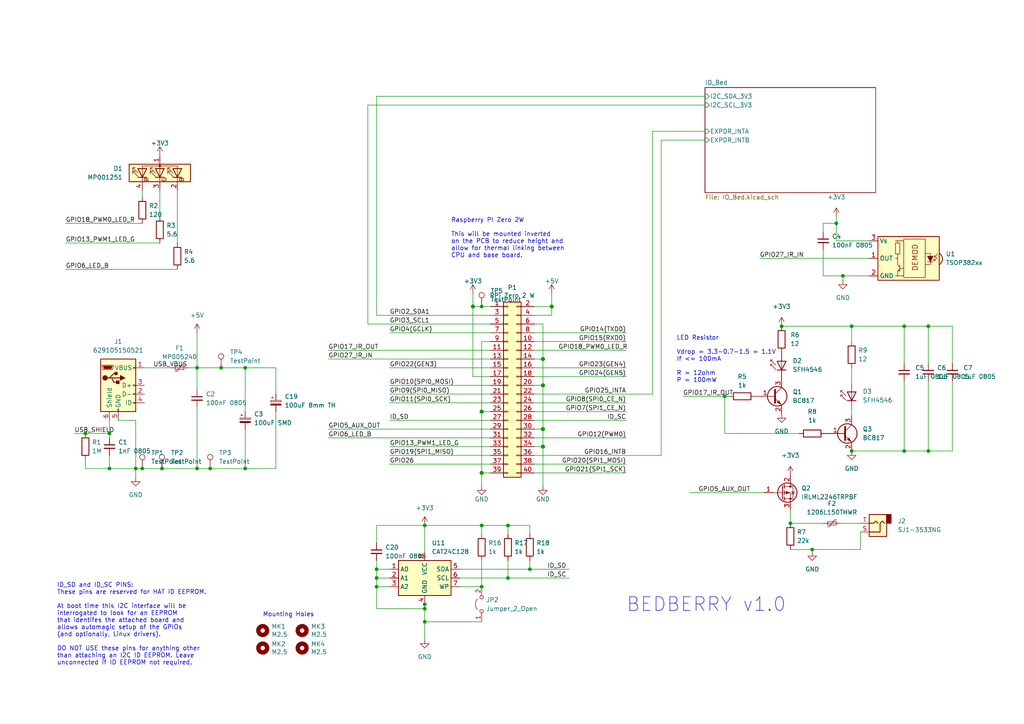
<source format=kicad_sch>
(kicad_sch (version 20211123) (generator eeschema)
  (paper "A4")
  (title_block (date "15 nov 2012"))
  (lib_symbols
    (symbol "Connector:AudioJack2"
      (property "Reference" "J" (at 0 8.89 0))
      (property "Value" "AudioJack2" (at 0 6.35 0))
      (symbol "AudioJack2_0_1"
        (rectangle (start -3.81 0) (end -2.54 -2.54) (stroke (width 0.254)) (fill (type outline)))
        (rectangle (start -2.54 3.81) (end 2.54 -2.54) (stroke (width 0.254)) (fill (type background)))
        (polyline (pts (xy 0 0) (xy 0.635 -0.635) (xy 1.27 0) (xy 2.54 0)) (stroke (width 0.254)))
        (polyline (pts (xy 2.54 2.54) (xy -0.635 2.54) (xy -0.635 0) (xy -1.27 -0.635) (xy -1.905 0)) (stroke (width 0.254)))
      )
      (symbol "AudioJack2_1_1"
        (pin passive line (at 5.08 2.54 180) (length 2.54) (name "~") (number "S"))
        (pin passive line (at 5.08 0 180) (length 2.54) (name "~") (number "T"))
      )
    )
    (symbol "Connector:TestPoint" (pin_numbers hide) (pin_names (offset 0.762) hide)
      (property "Reference" "TP" (at 0 6.858 0))
      (property "Value" "TestPoint" (at 0 5.08 0))
      (symbol "TestPoint_0_1"
        (circle (center 0 3.302) (radius 0.762))
      )
      (symbol "TestPoint_1_1"
        (pin passive line (at 0 0 90) (length 2.54) (name "1") (number "1"))
      )
    )
    (symbol "Connector:USB_B_Micro" (pin_names (offset 1.016))
      (property "Reference" "J" (at -5.08 11.43 0))
      (property "Value" "USB_B_Micro" (at -5.08 8.89 0))
      (symbol "USB_B_Micro_0_1"
        (rectangle (start -5.08 -7.62) (end 5.08 7.62) (stroke (width 0.254)) (fill (type background)))
        (circle (center -3.81 2.159) (radius 0.635) (stroke (width 0.254)) (fill (type outline)))
        (circle (center -0.635 3.429) (radius 0.381) (stroke (width 0.254)) (fill (type outline)))
        (rectangle (start -0.127 -7.62) (end 0.127 -6.858))
        (polyline (pts (xy -1.905 2.159) (xy 0.635 2.159)) (stroke (width 0.254)))
        (polyline (pts (xy -3.175 2.159) (xy -2.54 2.159) (xy -1.27 3.429) (xy -0.635 3.429)) (stroke (width 0.254)))
        (polyline (pts (xy -2.54 2.159) (xy -1.905 2.159) (xy -1.27 0.889) (xy 0 0.889)) (stroke (width 0.254)))
        (polyline (pts (xy 0.635 2.794) (xy 0.635 1.524) (xy 1.905 2.159) (xy 0.635 2.794)) (stroke (width 0.254)) (fill (type outline)))
        (polyline (pts (xy -4.318 5.588) (xy -1.778 5.588) (xy -2.032 4.826) (xy -4.064 4.826) (xy -4.318 5.588)) (fill (type outline)))
        (polyline (pts (xy -4.699 5.842) (xy -4.699 5.588) (xy -4.445 4.826) (xy -4.445 4.572) (xy -1.651 4.572) (xy -1.651 4.826) (xy -1.397 5.588) (xy -1.397 5.842) (xy -4.699 5.842)))
        (rectangle (start 0.254 1.27) (end -0.508 0.508) (stroke (width 0.254)) (fill (type outline)))
        (rectangle (start 5.08 -5.207) (end 4.318 -4.953))
        (rectangle (start 5.08 -2.667) (end 4.318 -2.413))
        (rectangle (start 5.08 -0.127) (end 4.318 0.127))
        (rectangle (start 5.08 4.953) (end 4.318 5.207))
      )
      (symbol "USB_B_Micro_1_1"
        (pin power_out line (at 7.62 5.08 180) (length 2.54) (name "VBUS") (number "1"))
        (pin bidirectional line (at 7.62 -2.54 180) (length 2.54) (name "D-") (number "2"))
        (pin bidirectional line (at 7.62 0 180) (length 2.54) (name "D+") (number "3"))
        (pin passive line (at 7.62 -5.08 180) (length 2.54) (name "ID") (number "4"))
        (pin power_out line (at 0 -10.16 90) (length 2.54) (name "GND") (number "5"))
        (pin passive line (at -2.54 -10.16 90) (length 2.54) (name "Shield") (number "6"))
      )
    )
    (symbol "Connector_Generic:Conn_02x20_Odd_Even" (pin_names (offset 1.016) hide)
      (property "Reference" "J" (at 1.27 25.4 0))
      (property "Value" "Conn_02x20_Odd_Even" (at 1.27 -27.94 0))
      (symbol "Conn_02x20_Odd_Even_1_1"
        (rectangle (start -1.27 -25.273) (end 0 -25.527) (stroke (width 0.1524)))
        (rectangle (start -1.27 -22.733) (end 0 -22.987) (stroke (width 0.1524)))
        (rectangle (start -1.27 -20.193) (end 0 -20.447) (stroke (width 0.1524)))
        (rectangle (start -1.27 -17.653) (end 0 -17.907) (stroke (width 0.1524)))
        (rectangle (start -1.27 -15.113) (end 0 -15.367) (stroke (width 0.1524)))
        (rectangle (start -1.27 -12.573) (end 0 -12.827) (stroke (width 0.1524)))
        (rectangle (start -1.27 -10.033) (end 0 -10.287) (stroke (width 0.1524)))
        (rectangle (start -1.27 -7.493) (end 0 -7.747) (stroke (width 0.1524)))
        (rectangle (start -1.27 -4.953) (end 0 -5.207) (stroke (width 0.1524)))
        (rectangle (start -1.27 -2.413) (end 0 -2.667) (stroke (width 0.1524)))
        (rectangle (start -1.27 0.127) (end 0 -0.127) (stroke (width 0.1524)))
        (rectangle (start -1.27 2.667) (end 0 2.413) (stroke (width 0.1524)))
        (rectangle (start -1.27 5.207) (end 0 4.953) (stroke (width 0.1524)))
        (rectangle (start -1.27 7.747) (end 0 7.493) (stroke (width 0.1524)))
        (rectangle (start -1.27 10.287) (end 0 10.033) (stroke (width 0.1524)))
        (rectangle (start -1.27 12.827) (end 0 12.573) (stroke (width 0.1524)))
        (rectangle (start -1.27 15.367) (end 0 15.113) (stroke (width 0.1524)))
        (rectangle (start -1.27 17.907) (end 0 17.653) (stroke (width 0.1524)))
        (rectangle (start -1.27 20.447) (end 0 20.193) (stroke (width 0.1524)))
        (rectangle (start -1.27 22.987) (end 0 22.733) (stroke (width 0.1524)))
        (rectangle (start -1.27 24.13) (end 3.81 -26.67) (stroke (width 0.254)) (fill (type background)))
        (rectangle (start 3.81 -25.273) (end 2.54 -25.527) (stroke (width 0.1524)))
        (rectangle (start 3.81 -22.733) (end 2.54 -22.987) (stroke (width 0.1524)))
        (rectangle (start 3.81 -20.193) (end 2.54 -20.447) (stroke (width 0.1524)))
        (rectangle (start 3.81 -17.653) (end 2.54 -17.907) (stroke (width 0.1524)))
        (rectangle (start 3.81 -15.113) (end 2.54 -15.367) (stroke (width 0.1524)))
        (rectangle (start 3.81 -12.573) (end 2.54 -12.827) (stroke (width 0.1524)))
        (rectangle (start 3.81 -10.033) (end 2.54 -10.287) (stroke (width 0.1524)))
        (rectangle (start 3.81 -7.493) (end 2.54 -7.747) (stroke (width 0.1524)))
        (rectangle (start 3.81 -4.953) (end 2.54 -5.207) (stroke (width 0.1524)))
        (rectangle (start 3.81 -2.413) (end 2.54 -2.667) (stroke (width 0.1524)))
        (rectangle (start 3.81 0.127) (end 2.54 -0.127) (stroke (width 0.1524)))
        (rectangle (start 3.81 2.667) (end 2.54 2.413) (stroke (width 0.1524)))
        (rectangle (start 3.81 5.207) (end 2.54 4.953) (stroke (width 0.1524)))
        (rectangle (start 3.81 7.747) (end 2.54 7.493) (stroke (width 0.1524)))
        (rectangle (start 3.81 10.287) (end 2.54 10.033) (stroke (width 0.1524)))
        (rectangle (start 3.81 12.827) (end 2.54 12.573) (stroke (width 0.1524)))
        (rectangle (start 3.81 15.367) (end 2.54 15.113) (stroke (width 0.1524)))
        (rectangle (start 3.81 17.907) (end 2.54 17.653) (stroke (width 0.1524)))
        (rectangle (start 3.81 20.447) (end 2.54 20.193) (stroke (width 0.1524)))
        (rectangle (start 3.81 22.987) (end 2.54 22.733) (stroke (width 0.1524)))
        (pin passive line (at -5.08 22.86 0) (length 3.81) (name "Pin_1") (number "1"))
        (pin passive line (at 7.62 12.7 180) (length 3.81) (name "Pin_10") (number "10"))
        (pin passive line (at -5.08 10.16 0) (length 3.81) (name "Pin_11") (number "11"))
        (pin passive line (at 7.62 10.16 180) (length 3.81) (name "Pin_12") (number "12"))
        (pin passive line (at -5.08 7.62 0) (length 3.81) (name "Pin_13") (number "13"))
        (pin passive line (at 7.62 7.62 180) (length 3.81) (name "Pin_14") (number "14"))
        (pin passive line (at -5.08 5.08 0) (length 3.81) (name "Pin_15") (number "15"))
        (pin passive line (at 7.62 5.08 180) (length 3.81) (name "Pin_16") (number "16"))
        (pin passive line (at -5.08 2.54 0) (length 3.81) (name "Pin_17") (number "17"))
        (pin passive line (at 7.62 2.54 180) (length 3.81) (name "Pin_18") (number "18"))
        (pin passive line (at -5.08 0 0) (length 3.81) (name "Pin_19") (number "19"))
        (pin passive line (at 7.62 22.86 180) (length 3.81) (name "Pin_2") (number "2"))
        (pin passive line (at 7.62 0 180) (length 3.81) (name "Pin_20") (number "20"))
        (pin passive line (at -5.08 -2.54 0) (length 3.81) (name "Pin_21") (number "21"))
        (pin passive line (at 7.62 -2.54 180) (length 3.81) (name "Pin_22") (number "22"))
        (pin passive line (at -5.08 -5.08 0) (length 3.81) (name "Pin_23") (number "23"))
        (pin passive line (at 7.62 -5.08 180) (length 3.81) (name "Pin_24") (number "24"))
        (pin passive line (at -5.08 -7.62 0) (length 3.81) (name "Pin_25") (number "25"))
        (pin passive line (at 7.62 -7.62 180) (length 3.81) (name "Pin_26") (number "26"))
        (pin passive line (at -5.08 -10.16 0) (length 3.81) (name "Pin_27") (number "27"))
        (pin passive line (at 7.62 -10.16 180) (length 3.81) (name "Pin_28") (number "28"))
        (pin passive line (at -5.08 -12.7 0) (length 3.81) (name "Pin_29") (number "29"))
        (pin passive line (at -5.08 20.32 0) (length 3.81) (name "Pin_3") (number "3"))
        (pin passive line (at 7.62 -12.7 180) (length 3.81) (name "Pin_30") (number "30"))
        (pin passive line (at -5.08 -15.24 0) (length 3.81) (name "Pin_31") (number "31"))
        (pin passive line (at 7.62 -15.24 180) (length 3.81) (name "Pin_32") (number "32"))
        (pin passive line (at -5.08 -17.78 0) (length 3.81) (name "Pin_33") (number "33"))
        (pin passive line (at 7.62 -17.78 180) (length 3.81) (name "Pin_34") (number "34"))
        (pin passive line (at -5.08 -20.32 0) (length 3.81) (name "Pin_35") (number "35"))
        (pin passive line (at 7.62 -20.32 180) (length 3.81) (name "Pin_36") (number "36"))
        (pin passive line (at -5.08 -22.86 0) (length 3.81) (name "Pin_37") (number "37"))
        (pin passive line (at 7.62 -22.86 180) (length 3.81) (name "Pin_38") (number "38"))
        (pin passive line (at -5.08 -25.4 0) (length 3.81) (name "Pin_39") (number "39"))
        (pin passive line (at 7.62 20.32 180) (length 3.81) (name "Pin_4") (number "4"))
        (pin passive line (at 7.62 -25.4 180) (length 3.81) (name "Pin_40") (number "40"))
        (pin passive line (at -5.08 17.78 0) (length 3.81) (name "Pin_5") (number "5"))
        (pin passive line (at 7.62 17.78 180) (length 3.81) (name "Pin_6") (number "6"))
        (pin passive line (at -5.08 15.24 0) (length 3.81) (name "Pin_7") (number "7"))
        (pin passive line (at 7.62 15.24 180) (length 3.81) (name "Pin_8") (number "8"))
        (pin passive line (at -5.08 12.7 0) (length 3.81) (name "Pin_9") (number "9"))
      )
    )
    (symbol "Device:C_Polarized_Small" (pin_numbers hide) (pin_names (offset 0.254) hide)
      (property "Reference" "C" (at 0.254 1.778 0))
      (property "Value" "C_Polarized_Small" (at 0.254 -2.032 0))
      (symbol "C_Polarized_Small_0_1"
        (rectangle (start -1.524 -0.3048) (end 1.524 -0.6858) (fill (type outline)))
        (rectangle (start -1.524 0.6858) (end 1.524 0.3048))
        (polyline (pts (xy -1.27 1.524) (xy -0.762 1.524)))
        (polyline (pts (xy -1.016 1.27) (xy -1.016 1.778)))
      )
      (symbol "C_Polarized_Small_1_1"
        (pin passive line (at 0 2.54 270) (length 1.8542) (name "~") (number "1"))
        (pin passive line (at 0 -2.54 90) (length 1.8542) (name "~") (number "2"))
      )
    )
    (symbol "Device:C_Small" (pin_numbers hide) (pin_names (offset 0.254) hide)
      (property "Reference" "C" (at 0.254 1.778 0))
      (property "Value" "C_Small" (at 0.254 -2.032 0))
      (symbol "C_Small_0_1"
        (polyline (pts (xy -1.524 -0.508) (xy 1.524 -0.508)) (stroke (width 0.3302)))
        (polyline (pts (xy -1.524 0.508) (xy 1.524 0.508)) (stroke (width 0.3048)))
      )
      (symbol "C_Small_1_1"
        (pin passive line (at 0 2.54 270) (length 2.032) (name "~") (number "1"))
        (pin passive line (at 0 -2.54 90) (length 2.032) (name "~") (number "2"))
      )
    )
    (symbol "Device:Polyfuse_Small" (pin_numbers hide) (pin_names (offset 0))
      (property "Reference" "F" (at -1.905 0 90))
      (property "Value" "Polyfuse_Small" (at 1.905 0 90))
      (symbol "Polyfuse_Small_0_1"
        (rectangle (start -0.508 1.27) (end 0.508 -1.27))
        (polyline (pts (xy 0 2.54) (xy 0 -2.54)))
        (polyline (pts (xy -1.016 1.27) (xy -1.016 0.762) (xy 1.016 -0.762) (xy 1.016 -1.27)))
      )
      (symbol "Polyfuse_Small_1_1"
        (pin passive line (at 0 2.54 270) (length 0.635) (name "~") (number "1"))
        (pin passive line (at 0 -2.54 90) (length 0.635) (name "~") (number "2"))
      )
    )
    (symbol "Device:R" (pin_numbers hide) (pin_names (offset 0))
      (property "Reference" "R" (at 2.032 0 90))
      (property "Value" "R" (at 0 0 90))
      (symbol "R_0_1"
        (rectangle (start -1.016 -2.54) (end 1.016 2.54) (stroke (width 0.254)))
      )
      (symbol "R_1_1"
        (pin passive line (at 0 3.81 270) (length 1.27) (name "~") (number "1"))
        (pin passive line (at 0 -3.81 90) (length 1.27) (name "~") (number "2"))
      )
    )
    (symbol "Interface_Optical:TSOP382xx"
      (property "Reference" "U" (at -10.16 7.62 0))
      (property "Value" "TSOP382xx" (at -10.16 -7.62 0))
      (symbol "TSOP382xx_0_0"
        (arc (start -10.287 1.397) (mid -11.0899 -0.1905) (end -10.287 -1.778) (stroke (width 0.254)) (fill (type background)))
        (polyline (pts (xy 1.905 -5.08) (xy 0.127 -5.08)))
        (polyline (pts (xy 1.905 5.08) (xy 0.127 5.08)))
        (text "DEMOD" (at -3.175 0.254 900) (effects (font (size 1.524 1.524))))
      )
      (symbol "TSOP382xx_0_1"
        (rectangle (start -6.096 5.588) (end 0.127 -5.588))
        (polyline (pts (xy -8.763 0.381) (xy -9.652 1.27)))
        (polyline (pts (xy -8.763 0.381) (xy -9.271 0.381)))
        (polyline (pts (xy -8.763 0.381) (xy -8.763 0.889)))
        (polyline (pts (xy -8.636 -0.635) (xy -9.525 0.254)))
        (polyline (pts (xy -8.636 -0.635) (xy -9.144 -0.635)))
        (polyline (pts (xy -8.636 -0.635) (xy -8.636 -0.127)))
        (polyline (pts (xy -8.382 -1.016) (xy -6.731 -1.016)))
        (polyline (pts (xy 1.27 -2.921) (xy 0.127 -2.921)))
        (polyline (pts (xy 1.27 -1.905) (xy 1.27 -3.81)))
        (polyline (pts (xy 1.397 -3.556) (xy 1.524 -3.556)))
        (polyline (pts (xy 1.651 -3.556) (xy 1.524 -3.556)))
        (polyline (pts (xy 1.651 -3.556) (xy 1.651 -3.302)))
        (polyline (pts (xy 1.905 0) (xy 1.905 1.27)))
        (polyline (pts (xy 1.905 4.445) (xy 1.905 5.08) (xy 2.54 5.08)))
        (polyline (pts (xy -8.382 0.635) (xy -6.731 0.635) (xy -7.62 -1.016) (xy -8.382 0.635)) (fill (type outline)))
        (polyline (pts (xy -6.096 1.397) (xy -7.62 1.397) (xy -7.62 -1.778) (xy -6.096 -1.778)))
        (polyline (pts (xy 1.27 -3.175) (xy 1.905 -3.81) (xy 1.905 -5.08) (xy 2.54 -5.08)))
        (polyline (pts (xy 1.27 -2.54) (xy 1.905 -1.905) (xy 1.905 0) (xy 2.54 0)))
        (rectangle (start 2.54 1.27) (end 1.27 4.445))
        (rectangle (start 7.62 6.35) (end -10.16 -6.35) (stroke (width 0.254)) (fill (type background)))
      )
      (symbol "TSOP382xx_1_1"
        (pin output line (at 10.16 0 180) (length 2.54) (name "OUT") (number "1"))
        (pin power_in line (at 10.16 -5.08 180) (length 2.54) (name "GND") (number "2"))
        (pin power_in line (at 10.16 5.08 180) (length 2.54) (name "Vs") (number "3"))
      )
    )
    (symbol "Jumper:Jumper_2_Open" (pin_names (offset 0) hide)
      (property "Reference" "JP" (at 0 2.794 0))
      (property "Value" "Jumper_2_Open" (at 0 -2.286 0))
      (symbol "Jumper_2_Open_0_0"
        (circle (center -2.032 0) (radius 0.508))
        (circle (center 2.032 0) (radius 0.508))
      )
      (symbol "Jumper_2_Open_0_1"
        (arc (start 1.524 1.27) (mid 0 1.778) (end -1.524 1.27))
      )
      (symbol "Jumper_2_Open_1_1"
        (pin passive line (at -5.08 0 0) (length 2.54) (name "A") (number "1"))
        (pin passive line (at 5.08 0 180) (length 2.54) (name "B") (number "2"))
      )
    )
    (symbol "LED:ASMB-MTB0-0A3A2" (pin_names (offset 0) hide)
      (property "Reference" "D" (at 0 10.16 0))
      (property "Value" "ASMB-MTB0-0A3A2" (at 0 -10.16 0))
      (symbol "ASMB-MTB0-0A3A2_0_0"
        (text "B" (at -1.905 -6.35 0) (effects (font (size 1.27 1.27))))
        (text "G" (at -1.905 -1.27 0) (effects (font (size 1.27 1.27))))
        (text "R" (at -1.905 3.81 0) (effects (font (size 1.27 1.27))))
      )
      (symbol "ASMB-MTB0-0A3A2_0_1"
        (rectangle (start -2.54 -8.89) (end 2.54 8.89) (stroke (width 0.254)) (fill (type background)))
        (polyline (pts (xy -2.54 -5.08) (xy 1.27 -5.08)))
        (polyline (pts (xy -1.27 -3.81) (xy -1.27 -6.35)) (stroke (width 0.254)))
        (polyline (pts (xy -1.27 1.27) (xy -1.27 -1.27)) (stroke (width 0.254)))
        (polyline (pts (xy -1.27 6.35) (xy -1.27 3.81)) (stroke (width 0.254)))
        (polyline (pts (xy 1.27 5.08) (xy -2.54 5.08)))
        (polyline (pts (xy 2.54 0) (xy -2.54 0)))
        (polyline (pts (xy 1.27 -5.08) (xy 2.032 -5.08) (xy 2.032 5.08) (xy 1.27 5.08)))
        (polyline (pts (xy 1.27 -3.81) (xy 1.27 -6.35) (xy -1.27 -5.08) (xy 1.27 -3.81)) (stroke (width 0.254)))
        (polyline (pts (xy 1.27 1.27) (xy 1.27 -1.27) (xy -1.27 0) (xy 1.27 1.27)) (stroke (width 0.254)))
        (polyline (pts (xy 1.27 6.35) (xy 1.27 3.81) (xy -1.27 5.08) (xy 1.27 6.35)) (stroke (width 0.254)))
        (polyline (pts (xy -1.016 -3.81) (xy 0.508 -2.286) (xy -0.254 -2.286) (xy 0.508 -2.286) (xy 0.508 -3.048)))
        (polyline (pts (xy -1.016 1.27) (xy 0.508 2.794) (xy -0.254 2.794) (xy 0.508 2.794) (xy 0.508 2.032)))
        (polyline (pts (xy -1.016 6.35) (xy 0.508 7.874) (xy -0.254 7.874) (xy 0.508 7.874) (xy 0.508 7.112)))
        (polyline (pts (xy 0 -3.81) (xy 1.524 -2.286) (xy 0.762 -2.286) (xy 1.524 -2.286) (xy 1.524 -3.048)))
        (polyline (pts (xy 0 1.27) (xy 1.524 2.794) (xy 0.762 2.794) (xy 1.524 2.794) (xy 1.524 2.032)))
        (polyline (pts (xy 0 6.35) (xy 1.524 7.874) (xy 0.762 7.874) (xy 1.524 7.874) (xy 1.524 7.112)))
        (rectangle (start 1.27 6.35) (end 1.27 6.35))
        (circle (center 2.032 0) (radius 0.254) (fill (type outline)))
      )
      (symbol "ASMB-MTB0-0A3A2_1_1"
        (pin passive line (at 5.08 0 180) (length 2.54) (name "A") (number "1"))
        (pin passive line (at -5.08 -5.08 0) (length 2.54) (name "BK") (number "2"))
        (pin passive line (at -5.08 0 0) (length 2.54) (name "GK") (number "3"))
        (pin passive line (at -5.08 5.08 0) (length 2.54) (name "RK") (number "4"))
      )
    )
    (symbol "LED:SFH4546" (pin_numbers hide) (pin_names (offset 1.016) hide)
      (property "Reference" "D" (at 0.508 1.778 0))
      (property "Value" "SFH4546" (at -1.016 -2.794 0))
      (symbol "SFH4546_0_1"
        (polyline (pts (xy -2.54 1.27) (xy -2.54 -1.27)) (stroke (width 0.254)))
        (polyline (pts (xy 0 0) (xy -2.54 0)))
        (polyline (pts (xy 0.381 3.175) (xy -0.127 3.175)))
        (polyline (pts (xy -1.143 1.651) (xy 0.381 3.175) (xy 0.381 2.667)))
        (polyline (pts (xy 0 -1.27) (xy -2.54 0) (xy 0 1.27) (xy 0 -1.27)) (stroke (width 0.254)))
        (polyline (pts (xy -2.413 1.651) (xy -0.889 3.175) (xy -0.889 2.667) (xy -0.889 3.175) (xy -1.397 3.175)))
      )
      (symbol "SFH4546_1_1"
        (pin passive line (at -5.08 0 0) (length 2.54) (name "K") (number "1"))
        (pin passive line (at 2.54 0 180) (length 2.54) (name "A") (number "2"))
      )
    )
    (symbol "Mechanical:MountingHole" (pin_names (offset 1.016))
      (property "Reference" "H" (at 0 5.08 0))
      (property "Value" "MountingHole" (at 0 3.175 0))
      (symbol "MountingHole_0_1"
        (circle (center 0 0) (radius 1.27) (stroke (width 1.27)))
      )
    )
    (symbol "Memory_EEPROM:CAT24C128"
      (property "Reference" "U" (at -6.35 6.35 0))
      (property "Value" "CAT24C128" (at 1.27 6.35 0))
      (symbol "CAT24C128_1_1"
        (rectangle (start -7.62 5.08) (end 7.62 -5.08) (stroke (width 0.254)) (fill (type background)))
        (pin input line (at -10.16 2.54 0) (length 2.54) (name "A0") (number "1"))
        (pin input line (at -10.16 0 0) (length 2.54) (name "A1") (number "2"))
        (pin input line (at -10.16 -2.54 0) (length 2.54) (name "A2") (number "3"))
        (pin power_in line (at 0 -7.62 90) (length 2.54) (name "GND") (number "4"))
        (pin bidirectional line (at 10.16 2.54 180) (length 2.54) (name "SDA") (number "5"))
        (pin input line (at 10.16 0 180) (length 2.54) (name "SCL") (number "6"))
        (pin input line (at 10.16 -2.54 180) (length 2.54) (name "WP") (number "7"))
        (pin power_in line (at 0 7.62 270) (length 2.54) (name "VCC") (number "8"))
      )
    )
    (symbol "Transistor_BJT:BC817" (pin_names (offset 0) hide)
      (property "Reference" "Q" (at 5.08 1.905 0))
      (property "Value" "BC817" (at 5.08 0 0))
      (symbol "BC817_0_1"
        (polyline (pts (xy 0.635 0.635) (xy 2.54 2.54)))
        (polyline (pts (xy 0.635 -0.635) (xy 2.54 -2.54) (xy 2.54 -2.54)))
        (polyline (pts (xy 0.635 1.905) (xy 0.635 -1.905) (xy 0.635 -1.905)) (stroke (width 0.508)))
        (polyline (pts (xy 1.27 -1.778) (xy 1.778 -1.27) (xy 2.286 -2.286) (xy 1.27 -1.778) (xy 1.27 -1.778)) (fill (type outline)))
        (circle (center 1.27 0) (radius 2.8194) (stroke (width 0.254)))
      )
      (symbol "BC817_1_1"
        (pin input line (at -5.08 0 0) (length 5.715) (name "B") (number "1"))
        (pin passive line (at 2.54 -5.08 90) (length 2.54) (name "E") (number "2"))
        (pin passive line (at 2.54 5.08 270) (length 2.54) (name "C") (number "3"))
      )
    )
    (symbol "Transistor_FET:ZXMP4A16G" (pin_names hide)
      (property "Reference" "Q" (at 5.08 1.905 0))
      (property "Value" "ZXMP4A16G" (at 5.08 0 0))
      (symbol "ZXMP4A16G_0_1"
        (polyline (pts (xy 0.254 0) (xy -2.54 0)))
        (polyline (pts (xy 0.254 1.905) (xy 0.254 -1.905)) (stroke (width 0.254)))
        (polyline (pts (xy 0.762 -1.27) (xy 0.762 -2.286)) (stroke (width 0.254)))
        (polyline (pts (xy 0.762 0.508) (xy 0.762 -0.508)) (stroke (width 0.254)))
        (polyline (pts (xy 0.762 2.286) (xy 0.762 1.27)) (stroke (width 0.254)))
        (polyline (pts (xy 2.54 2.54) (xy 2.54 1.778)))
        (polyline (pts (xy 2.54 -2.54) (xy 2.54 0) (xy 0.762 0)))
        (polyline (pts (xy 0.762 1.778) (xy 3.302 1.778) (xy 3.302 -1.778) (xy 0.762 -1.778)))
        (polyline (pts (xy 2.286 0) (xy 1.27 0.381) (xy 1.27 -0.381) (xy 2.286 0)) (fill (type outline)))
        (polyline (pts (xy 2.794 -0.508) (xy 2.921 -0.381) (xy 3.683 -0.381) (xy 3.81 -0.254)))
        (polyline (pts (xy 3.302 -0.381) (xy 2.921 0.254) (xy 3.683 0.254) (xy 3.302 -0.381)))
        (circle (center 1.651 0) (radius 2.794) (stroke (width 0.254)))
        (circle (center 2.54 -1.778) (radius 0.254) (fill (type outline)))
        (circle (center 2.54 1.778) (radius 0.254) (fill (type outline)))
      )
      (symbol "ZXMP4A16G_1_1"
        (pin input line (at -5.08 0 0) (length 2.54) (name "G") (number "1"))
        (pin passive line (at 2.54 5.08 270) (length 2.54) (name "D") (number "2"))
        (pin passive line (at 2.54 -5.08 90) (length 2.54) (name "S") (number "3"))
      )
    )
    (symbol "power:+3.3V" (power) (pin_names (offset 0))
      (property "Value" "+3.3V" (at 0 3.556 0))
      (symbol "+3.3V_0_1"
        (polyline (pts (xy -0.762 1.27) (xy 0 2.54)))
        (polyline (pts (xy 0 0) (xy 0 2.54)))
        (polyline (pts (xy 0 2.54) (xy 0.762 1.27)))
      )
      (symbol "+3.3V_1_1"
        (pin power_in line (at 0 0 90) (length 0) hide (name "+3V3") (number "1"))
      )
    )
    (symbol "power:+5V" (power) (pin_names (offset 0))
      (property "Value" "+5V" (at 0 3.556 0))
      (symbol "+5V_0_1"
        (polyline (pts (xy -0.762 1.27) (xy 0 2.54)))
        (polyline (pts (xy 0 0) (xy 0 2.54)))
        (polyline (pts (xy 0 2.54) (xy 0.762 1.27)))
      )
      (symbol "+5V_1_1"
        (pin power_in line (at 0 0 90) (length 0) hide (name "+5V") (number "1"))
      )
    )
    (symbol "power:GND" (power) (pin_names (offset 0))
      (property "Value" "GND" (at 0 -3.81 0))
      (symbol "GND_0_1"
        (polyline (pts (xy 0 0) (xy 0 -1.27) (xy 1.27 -1.27) (xy 0 -2.54) (xy -1.27 -1.27) (xy 0 -1.27)))
      )
      (symbol "GND_1_1"
        (pin power_in line (at 0 0 270) (length 0) hide (name "GND") (number "1"))
      )
    )
  )
  (junction (at 153.67 165.1))
  (junction (at 262.255 130.81))
  (junction (at 139.7 88.9))
  (junction (at 157.48 111.76) (diameter 1.016))
  (junction (at 57.15 135.89))
  (junction (at 46.99 135.89))
  (junction (at 247.015 130.81))
  (junction (at 139.7 152.4))
  (junction (at 139.7 170.18))
  (junction (at 242.57 64.77))
  (junction (at 139.7 137.16) (diameter 1.016))
  (junction (at 247.015 94.615))
  (junction (at 137.16 88.9) (diameter 1.016))
  (junction (at 269.24 130.81))
  (junction (at 160.02 88.9) (diameter 1.016))
  (junction (at 226.695 94.615))
  (junction (at 235.585 159.385))
  (junction (at 123.19 180.34))
  (junction (at 244.475 80.01))
  (junction (at 39.37 135.89))
  (junction (at 229.235 151.765))
  (junction (at 71.12 135.89))
  (junction (at 139.7 119.38) (diameter 1.016))
  (junction (at 31.75 125.73))
  (junction (at 31.75 135.89))
  (junction (at 123.19 175.26))
  (junction (at 109.22 165.1))
  (junction (at 71.12 106.68))
  (junction (at 41.275 135.89))
  (junction (at 157.48 104.14) (diameter 1.016))
  (junction (at 157.48 124.46) (diameter 1.016))
  (junction (at 157.48 129.54) (diameter 1.016))
  (junction (at 123.19 152.4))
  (junction (at 64.135 106.68))
  (junction (at 24.765 125.73))
  (junction (at 60.96 135.89))
  (junction (at 123.19 176.53))
  (junction (at 269.24 94.615))
  (junction (at 109.22 167.64))
  (junction (at 210.185 114.935))
  (junction (at 262.255 94.615))
  (junction (at 109.22 170.18))
  (junction (at 147.32 152.4))
  (junction (at 147.32 167.64))
  (junction (at 57.15 106.68))
  (wire (pts (xy 123.19 152.4) (xy 123.19 160.02)))
  (wire (pts (xy 235.585 159.385) (xy 249.555 159.385)))
  (wire (pts (xy 133.35 170.18) (xy 139.7 170.18)))
  (wire (pts (xy 71.12 106.68) (xy 64.135 106.68)))
  (wire (pts (xy 109.22 170.18) (xy 109.22 167.64)))
  (wire (pts (xy 137.16 88.9) (xy 139.7 88.9)))
  (wire (pts (xy 123.19 176.53) (xy 109.22 176.53)))
  (wire (pts (xy 154.94 132.08) (xy 191.77 132.08)))
  (wire (pts (xy 160.02 88.9) (xy 160.02 91.44)))
  (wire (pts (xy 244.475 80.01) (xy 244.475 81.28)))
  (wire (pts (xy 109.22 170.18) (xy 113.03 170.18)))
  (wire (pts (xy 139.7 154.94) (xy 139.7 152.4)))
  (wire (pts (xy 262.255 110.49) (xy 262.255 130.81)))
  (wire (pts (xy 51.435 70.485) (xy 51.435 55.245)))
  (wire (pts (xy 21.59 125.73) (xy 24.765 125.73)))
  (wire (pts (xy 147.32 152.4) (xy 153.67 152.4)))
  (wire (pts (xy 210.185 114.935) (xy 211.455 114.935)))
  (wire (pts (xy 31.75 121.92) (xy 31.75 125.73)))
  (wire (pts (xy 242.57 62.865) (xy 242.57 64.77)))
  (wire (pts (xy 46.355 62.865) (xy 46.355 55.245)))
  (wire (pts (xy 157.48 104.14) (xy 157.48 111.76)))
  (wire (pts (xy 147.32 152.4) (xy 147.32 154.94)))
  (wire (pts (xy 154.94 96.52) (xy 181.61 96.52)))
  (wire (pts (xy 242.57 64.77) (xy 242.57 69.85)))
  (wire (pts (xy 139.7 162.56) (xy 139.7 170.18)))
  (wire (pts (xy 57.15 118.11) (xy 57.15 135.89)))
  (wire (pts (xy 242.57 69.85) (xy 252.095 69.85)))
  (wire (pts (xy 123.19 152.4) (xy 109.22 152.4)))
  (wire (pts (xy 41.275 135.89) (xy 39.37 135.89)))
  (wire (pts (xy 123.19 175.26) (xy 123.19 176.53)))
  (wire (pts (xy 200.025 142.875) (xy 221.615 142.875)))
  (wire (pts (xy 109.22 167.64) (xy 109.22 165.1)))
  (wire (pts (xy 80.01 119.38) (xy 80.01 135.89)))
  (wire (pts (xy 247.015 94.615) (xy 247.015 99.06)))
  (wire (pts (xy 157.48 93.98) (xy 154.94 93.98)))
  (wire (pts (xy 154.94 127) (xy 181.61 127)))
  (wire (pts (xy 153.67 162.56) (xy 153.67 165.1)))
  (wire (pts (xy 113.03 114.3) (xy 142.24 114.3)))
  (wire (pts (xy 71.12 124.46) (xy 71.12 135.89)))
  (wire (pts (xy 139.7 88.9) (xy 142.24 88.9)))
  (wire (pts (xy 269.24 130.81) (xy 276.225 130.81)))
  (wire (pts (xy 142.24 121.92) (xy 113.03 121.92)))
  (wire (pts (xy 54.61 106.68) (xy 57.15 106.68)))
  (wire (pts (xy 157.48 104.14) (xy 154.94 104.14)))
  (wire (pts (xy 137.16 88.9) (xy 137.16 109.22)))
  (wire (pts (xy 71.12 135.89) (xy 60.96 135.89)))
  (wire (pts (xy 109.22 167.64) (xy 113.03 167.64)))
  (wire (pts (xy 269.24 110.49) (xy 269.24 130.81)))
  (wire (pts (xy 39.37 121.92) (xy 39.37 135.89)))
  (wire (pts (xy 210.185 125.73) (xy 210.185 114.935)))
  (wire (pts (xy 269.24 105.41) (xy 269.24 94.615)))
  (wire (pts (xy 139.7 99.06) (xy 142.24 99.06)))
  (wire (pts (xy 157.48 111.76) (xy 154.94 111.76)))
  (wire (pts (xy 189.23 38.1) (xy 189.23 114.3)))
  (wire (pts (xy 57.15 135.89) (xy 46.99 135.89)))
  (wire (pts (xy 154.94 137.16) (xy 181.61 137.16)))
  (wire (pts (xy 147.32 162.56) (xy 147.32 167.64)))
  (wire (pts (xy 113.03 132.08) (xy 142.24 132.08)))
  (wire (pts (xy 238.76 80.01) (xy 244.475 80.01)))
  (wire (pts (xy 41.275 57.15) (xy 41.275 55.245)))
  (wire (pts (xy 71.12 119.38) (xy 71.12 106.68)))
  (wire (pts (xy 113.03 106.68) (xy 142.24 106.68)))
  (wire (pts (xy 262.255 94.615) (xy 247.015 94.615)))
  (wire (pts (xy 109.22 162.56) (xy 109.22 165.1)))
  (wire (pts (xy 31.75 135.89) (xy 39.37 135.89)))
  (wire (pts (xy 19.05 70.485) (xy 46.355 70.485)))
  (wire (pts (xy 238.76 67.31) (xy 238.76 64.77)))
  (wire (pts (xy 154.94 119.38) (xy 181.61 119.38)))
  (wire (pts (xy 113.03 134.62) (xy 142.24 134.62)))
  (wire (pts (xy 24.765 135.89) (xy 31.75 135.89)))
  (wire (pts (xy 247.015 130.81) (xy 262.255 130.81)))
  (wire (pts (xy 238.76 64.77) (xy 242.57 64.77)))
  (wire (pts (xy 133.35 165.1) (xy 153.67 165.1)))
  (wire (pts (xy 24.765 125.73) (xy 31.75 125.73)))
  (wire (pts (xy 95.25 124.46) (xy 142.24 124.46)))
  (wire (pts (xy 154.94 109.22) (xy 181.61 109.22)))
  (wire (pts (xy 19.05 64.77) (xy 41.275 64.77)))
  (wire (pts (xy 137.16 109.22) (xy 142.24 109.22)))
  (wire (pts (xy 34.29 121.92) (xy 39.37 121.92)))
  (wire (pts (xy 142.24 111.76) (xy 113.03 111.76)))
  (wire (pts (xy 106.68 93.98) (xy 142.24 93.98)))
  (wire (pts (xy 157.48 124.46) (xy 157.48 129.54)))
  (wire (pts (xy 262.255 130.81) (xy 269.24 130.81)))
  (wire (pts (xy 139.7 119.38) (xy 139.7 137.16)))
  (wire (pts (xy 160.02 88.9) (xy 154.94 88.9)))
  (wire (pts (xy 226.695 94.615) (xy 247.015 94.615)))
  (wire (pts (xy 160.02 91.44) (xy 154.94 91.44)))
  (wire (pts (xy 31.75 132.08) (xy 31.75 135.89)))
  (wire (pts (xy 139.7 137.16) (xy 142.24 137.16)))
  (wire (pts (xy 46.99 135.89) (xy 41.275 135.89)))
  (wire (pts (xy 247.015 118.745) (xy 247.015 120.65)))
  (wire (pts (xy 139.7 99.06) (xy 139.7 119.38)))
  (wire (pts (xy 269.24 94.615) (xy 276.225 94.615)))
  (wire (pts (xy 80.01 106.68) (xy 71.12 106.68)))
  (wire (pts (xy 191.77 40.64) (xy 191.77 132.08)))
  (wire (pts (xy 154.94 114.3) (xy 189.23 114.3)))
  (wire (pts (xy 262.255 105.41) (xy 262.255 94.615)))
  (wire (pts (xy 204.47 40.64) (xy 191.77 40.64)))
  (wire (pts (xy 220.345 74.93) (xy 252.095 74.93)))
  (wire (pts (xy 139.7 152.4) (xy 147.32 152.4)))
  (wire (pts (xy 229.235 159.385) (xy 235.585 159.385)))
  (wire (pts (xy 109.22 27.94) (xy 204.47 27.94)))
  (wire (pts (xy 139.7 152.4) (xy 123.19 152.4)))
  (wire (pts (xy 157.48 93.98) (xy 157.48 104.14)))
  (wire (pts (xy 24.765 133.35) (xy 24.765 135.89)))
  (wire (pts (xy 109.22 152.4) (xy 109.22 157.48)))
  (wire (pts (xy 31.75 127) (xy 31.75 125.73)))
  (wire (pts (xy 247.015 106.68) (xy 247.015 111.125)))
  (wire (pts (xy 157.48 124.46) (xy 154.94 124.46)))
  (wire (pts (xy 109.22 91.44) (xy 109.22 27.94)))
  (wire (pts (xy 157.48 129.54) (xy 157.48 140.97)))
  (wire (pts (xy 41.91 106.68) (xy 49.53 106.68)))
  (wire (pts (xy 238.76 72.39) (xy 238.76 80.01)))
  (wire (pts (xy 113.03 116.84) (xy 142.24 116.84)))
  (wire (pts (xy 123.19 176.53) (xy 123.19 180.34)))
  (wire (pts (xy 157.48 129.54) (xy 154.94 129.54)))
  (wire (pts (xy 95.25 127) (xy 142.24 127)))
  (wire (pts (xy 113.03 96.52) (xy 142.24 96.52)))
  (wire (pts (xy 19.05 78.105) (xy 51.435 78.105)))
  (wire (pts (xy 252.095 80.01) (xy 244.475 80.01)))
  (wire (pts (xy 95.25 104.14) (xy 142.24 104.14)))
  (wire (pts (xy 139.7 137.16) (xy 139.7 140.97)))
  (wire (pts (xy 157.48 111.76) (xy 157.48 124.46)))
  (wire (pts (xy 262.255 94.615) (xy 269.24 94.615)))
  (wire (pts (xy 249.555 159.385) (xy 249.555 154.305)))
  (wire (pts (xy 154.94 99.06) (xy 181.61 99.06)))
  (wire (pts (xy 231.775 125.73) (xy 210.185 125.73)))
  (wire (pts (xy 235.585 159.385) (xy 235.585 160.02)))
  (wire (pts (xy 133.35 167.64) (xy 147.32 167.64)))
  (wire (pts (xy 154.94 121.92) (xy 181.61 121.92)))
  (wire (pts (xy 137.16 85.09) (xy 137.16 88.9)))
  (wire (pts (xy 154.94 101.6) (xy 181.61 101.6)))
  (wire (pts (xy 60.96 135.89) (xy 57.15 135.89)))
  (wire (pts (xy 276.225 105.41) (xy 276.225 94.615)))
  (wire (pts (xy 123.19 180.34) (xy 139.7 180.34)))
  (wire (pts (xy 153.67 165.1) (xy 165.1 165.1)))
  (wire (pts (xy 154.94 116.84) (xy 181.61 116.84)))
  (wire (pts (xy 109.22 91.44) (xy 142.24 91.44)))
  (wire (pts (xy 153.67 154.94) (xy 153.67 152.4)))
  (wire (pts (xy 106.68 93.98) (xy 106.68 30.48)))
  (wire (pts (xy 229.235 147.955) (xy 229.235 151.765)))
  (wire (pts (xy 154.94 106.68) (xy 181.61 106.68)))
  (wire (pts (xy 95.25 101.6) (xy 142.24 101.6)))
  (wire (pts (xy 229.235 151.765) (xy 238.76 151.765)))
  (wire (pts (xy 147.32 167.64) (xy 165.1 167.64)))
  (wire (pts (xy 57.15 113.03) (xy 57.15 106.68)))
  (wire (pts (xy 57.15 106.68) (xy 57.15 96.52)))
  (wire (pts (xy 204.47 38.1) (xy 189.23 38.1)))
  (wire (pts (xy 80.01 114.3) (xy 80.01 106.68)))
  (wire (pts (xy 243.84 151.765) (xy 249.555 151.765)))
  (wire (pts (xy 154.94 134.62) (xy 181.61 134.62)))
  (wire (pts (xy 139.7 119.38) (xy 142.24 119.38)))
  (wire (pts (xy 276.225 130.81) (xy 276.225 110.49)))
  (wire (pts (xy 160.02 85.09) (xy 160.02 88.9)))
  (wire (pts (xy 109.22 176.53) (xy 109.22 170.18)))
  (wire (pts (xy 80.01 135.89) (xy 71.12 135.89)))
  (wire (pts (xy 39.37 135.89) (xy 39.37 138.43)))
  (wire (pts (xy 109.22 165.1) (xy 113.03 165.1)))
  (wire (pts (xy 123.19 180.34) (xy 123.19 185.42)))
  (wire (pts (xy 64.135 106.68) (xy 57.15 106.68)))
  (wire (pts (xy 198.12 114.935) (xy 210.185 114.935)))
  (wire (pts (xy 123.19 173.99) (xy 123.19 175.26)))
  (wire (pts (xy 106.68 30.48) (xy 204.47 30.48)))
  (wire (pts (xy 142.24 129.54) (xy 113.03 129.54)))
  (text "LED Resistor\n\nVdrop = 3.3-0.7-1.5 = 1.1V\nIf <= 100mA\n\nR = 12ohm\nP = 100mW" (at 196.215 111.125 0) (effects (font (size 1.27 1.27)) (justify left bottom)))
  (text "ID_SD and ID_SC PINS:\nThese pins are reserved for HAT ID EEPROM.\n\nAt boot time this I2C interface will be\ninterrogated to look for an EEPROM\nthat identifes the attached board and\nallows automagic setup of the GPIOs\n(and optionally, Linux drivers).\n\nDO NOT USE these pins for anything other\nthan attaching an I2C ID EEPROM. Leave\nunconnected if ID EEPROM not required." (at 16.51 193.04 0) (effects (font (size 1.27 1.27)) (justify left bottom)))
  (text "Raspberry PI Zero 2W\n\nThis will be mounted inverted\non the PCB to reduce height and\nallow for thermal linking between \nCPU and base board." (at 130.81 74.93 0) (effects (font (size 1.27 1.27)) (justify left bottom)))
  (text "Mounting Holes" (at 76.2 179.07 0) (effects (font (size 1.27 1.27)) (justify left bottom)))
  (text "BEDBERRY v1.0" (at 181.61 177.8 0) (effects (font (size 4 4)) (justify left bottom)))
  (label "GPIO5_AUX_OUT" (at 95.25 124.46 0))
  (label "GPIO7(SPI1_CE_N)" (at 181.61 119.38 180))
  (label "GPIO25_INTA" (at 181.61 114.3 180))
  (label "ID_SD" (at 113.03 121.92 0))
  (label "GPIO17_IR_OUT" (at 95.25 101.6 0))
  (label "GPIO20(SPI1_MOSI)" (at 181.61 134.62 180))
  (label "GPIO6_LED_B" (at 19.05 78.105 0))
  (label "USB_VBUS" (at 44.45 106.68 0))
  (label "GPIO15(RXD0)" (at 181.61 99.06 180))
  (label "ID_SC" (at 181.61 121.92 180))
  (label "USB_SHIELD" (at 21.59 125.73 0))
  (label "GPIO18_PWM0_LED_R" (at 161.925 101.6 0))
  (label "GPIO4(GCLK)" (at 113.03 96.52 0))
  (label "GPIO13_PWM1_LED_G" (at 113.03 129.54 0))
  (label "GPIO13_PWM1_LED_G" (at 19.05 70.485 0))
  (label "GPIO5_AUX_OUT" (at 202.565 142.875 0))
  (label "GPIO18_PWM0_LED_R" (at 19.05 64.77 0))
  (label "GPIO19(SPI1_MISO)" (at 113.03 132.08 0))
  (label "GPIO16_INTB" (at 181.61 132.08 180))
  (label "GPIO21(SPI1_SCK)" (at 181.61 137.16 180))
  (label "GPIO14(TXD0)" (at 181.61 96.52 180))
  (label "GPIO3_SCL1" (at 113.03 93.98 0))
  (label "GPIO8(SPI0_CE_N)" (at 181.61 116.84 180))
  (label "GPIO6_LED_B" (at 95.25 127 0))
  (label "GPIO27_IR_IN" (at 95.25 104.14 0))
  (label "GPIO26" (at 113.03 134.62 0))
  (label "ID_SC" (at 158.75 167.64 0))
  (label "GPIO24(GEN5)" (at 181.61 109.22 180))
  (label "GPIO23(GEN4)" (at 181.61 106.68 180))
  (label "GPIO9(SPI0_MISO)" (at 113.03 114.3 0))
  (label "GPIO10(SPI0_MOSI)" (at 113.03 111.76 0))
  (label "GPIO12(PWM0)" (at 181.61 127 180))
  (label "ID_SD" (at 158.75 165.1 0))
  (label "GPIO2_SDA1" (at 113.03 91.44 0))
  (label "GPIO22(GEN3)" (at 113.03 106.68 0))
  (label "GPIO11(SPI0_SCK)" (at 113.03 116.84 0))
  (label "GPIO17_IR_OUT" (at 198.12 114.935 0))
  (label "GPIO27_IR_IN" (at 220.345 74.93 0))
  (symbol (lib_id "power:+5V") (at 160.02 85.09 0) (unit 1)
    (property "Reference" "#PWR07" (effects hide))
    (property "Value" "+5V" (at 160.02 81.534 0))
  )
  (symbol (lib_id "power:+3.3V") (at 137.16 85.09 0) (unit 1)
    (property "Reference" "#PWR04" (effects hide))
    (property "Value" "+3.3V" (at 137.16 81.534 0))
  )
  (symbol (lib_id "power:GND") (at 157.48 140.97 0) (unit 1)
    (property "Reference" "#PWR06" (effects hide))
    (property "Value" "GND" (at 157.48 144.78 0))
  )
  (symbol (lib_id "power:GND") (at 139.7 140.97 0) (unit 1)
    (property "Reference" "#PWR05" (effects hide))
    (property "Value" "GND" (at 139.7 144.78 0))
  )
  (symbol (lib_id "Mechanical:MountingHole") (at 76.2 182.88 0) (unit 1)
    (property "Reference" "MK1" (at 78.74 181.7116 0) (effects (justify left)))
    (property "Value" "M2.5" (at 78.74 184.023 0) (effects (justify left)))
    (property "Footprint" "MountingHole:MountingHole_2.7mm_M2.5" (effects hide))
  )
  (symbol (lib_id "Mechanical:MountingHole") (at 87.63 182.88 0) (unit 1)
    (property "Reference" "MK3" (at 90.17 181.7116 0) (effects (justify left)))
    (property "Value" "M2.5" (at 90.17 184.023 0) (effects (justify left)))
    (property "Footprint" "MountingHole:MountingHole_2.7mm_M2.5" (effects hide))
  )
  (symbol (lib_id "Mechanical:MountingHole") (at 76.2 187.96 0) (unit 1)
    (property "Reference" "MK2" (at 78.74 186.7916 0) (effects (justify left)))
    (property "Value" "M2.5" (at 78.74 189.103 0) (effects (justify left)))
    (property "Footprint" "MountingHole:MountingHole_2.7mm_M2.5" (effects hide))
  )
  (symbol (lib_id "Mechanical:MountingHole") (at 87.63 187.96 0) (unit 1)
    (property "Reference" "MK4" (at 90.17 186.7916 0) (effects (justify left)))
    (property "Value" "M2.5" (at 90.17 189.103 0) (effects (justify left)))
    (property "Footprint" "MountingHole:MountingHole_2.7mm_M2.5" (effects hide))
  )
  (symbol (lib_id "Connector_Generic:Conn_02x20_Odd_Even") (at 147.32 111.76 0) (unit 1)
    (property "Reference" "P1" (at 148.59 83.3882 0))
    (property "Value" "RPi Zero 2 W" (at 148.59 85.6996 0))
    (property "Footprint" "wheelberry:Raspberry_Pi_Zero_2W_Socketed_THT_FaceDown_MountingHoles" (effects hide))
  )
  (symbol (lib_id "power:+3.3V") (at 242.57 62.865 0) (unit 1)
    (property "Reference" "#PWR012" (effects hide))
    (property "Value" "+3.3V" (at 242.57 57.15 0))
  )
  (symbol (lib_id "Device:C_Small") (at 276.225 107.95 0) (unit 1)
    (property "Reference" "C7" (at 279.4 106.6862 0) (effects (justify left)))
    (property "Value" "1uF 0805" (at 279.4 109.2262 0) (effects (justify left)))
    (property "Footprint" "Capacitor_SMD:C_0805_2012Metric" (effects hide))
  )
  (symbol (lib_id "LED:SFH4546") (at 226.695 104.775 90) (unit 1)
    (property "Reference" "D2" (at 229.87 104.6479 90) (effects (justify right)))
    (property "Value" "SFH4546" (at 229.87 107.1879 90) (effects (justify right)))
    (property "Footprint" "LED_THT:LED_D5.0mm_IRGrey" (effects hide))
    (property "Datasheet" "http://www.osram-os.com/Graphics/XPic1/00101982_0.pdf" (effects hide))
  )
  (symbol (lib_id "power:+3.3V") (at 226.695 94.615 0) (unit 1)
    (property "Reference" "#PWR08" (effects hide))
    (property "Value" "+3.3V" (at 226.695 88.9 0))
  )
  (symbol (lib_id "Interface_Optical:TSOP382xx") (at 262.255 74.93 0) (mirror y) (unit 1)
    (property "Reference" "U1" (at 274.32 73.6599 0) (effects (justify right)))
    (property "Value" "TSOP382xx" (at 274.32 76.1999 0) (effects (justify right)))
    (property "Footprint" "OptoDevice:Vishay_MINICAST-3Pin" (effects hide))
    (property "Datasheet" "http://www.vishay.com/docs/82491/tsop382.pdf" (effects hide))
  )
  (symbol (lib_id "power:GND") (at 39.37 138.43 0) (unit 1)
    (property "Reference" "#PWR01" (effects hide))
    (property "Value" "GND" (at 39.37 143.51 0))
  )
  (symbol (lib_id "power:GND") (at 244.475 81.28 0) (unit 1)
    (property "Reference" "#PWR013" (effects hide))
    (property "Value" "GND" (at 244.475 86.36 0))
  )
  (symbol (lib_id "Device:R") (at 235.585 125.73 90) (unit 1)
    (property "Reference" "R8" (at 235.585 119.38 90))
    (property "Value" "1k" (at 235.585 121.92 90))
    (property "Footprint" "Resistor_SMD:R_0805_2012Metric" (effects hide))
  )
  (symbol (lib_id "Connector:TestPoint") (at 64.135 106.68 0) (unit 1)
    (property "Reference" "TP4" (at 66.675 102.1079 0) (effects (justify left)))
    (property "Value" "TestPoint" (at 66.675 104.6479 0) (effects (justify left)))
    (property "Footprint" "TestPoint:TestPoint_Keystone_5005-5009_Compact" (effects hide))
  )
  (symbol (lib_id "Device:R") (at 46.355 66.675 0) (unit 1)
    (property "Reference" "R3" (at 48.26 65.4049 0) (effects (justify left)))
    (property "Value" "5.6" (at 48.26 67.9449 0) (effects (justify left)))
    (property "Footprint" "Resistor_SMD:R_0805_2012Metric" (effects hide))
  )
  (symbol (lib_id "Device:C_Polarized_Small") (at 71.12 121.92 0) (unit 1)
    (property "Reference" "C3" (at 73.66 120.1038 0) (effects (justify left)))
    (property "Value" "100uF SMD" (at 73.66 122.6438 0) (effects (justify left)))
    (property "Footprint" "Capacitor_SMD:CP_Elec_6.3x7.7" (effects hide))
  )
  (symbol (lib_id "Device:R") (at 51.435 74.295 0) (unit 1)
    (property "Reference" "R4" (at 53.34 73.0249 0) (effects (justify left)))
    (property "Value" "5.6" (at 53.34 75.5649 0) (effects (justify left)))
    (property "Footprint" "Resistor_SMD:R_0805_2012Metric" (effects hide))
  )
  (symbol (lib_id "power:GND") (at 247.015 130.81 0) (unit 1)
    (property "Reference" "#PWR014" (effects hide))
    (property "Value" "GND" (at 247.015 135.89 0))
  )
  (symbol (lib_id "Device:C_Polarized_Small") (at 80.01 116.84 0) (unit 1)
    (property "Reference" "C19" (at 82.55 115.0238 0) (effects (justify left)))
    (property "Value" "100uF 8mm TH" (at 82.55 117.5638 0) (effects (justify left)))
    (property "Footprint" "Capacitor_THT:CP_Radial_D8.0mm_P3.50mm" (effects hide))
  )
  (symbol (lib_id "Device:C_Small") (at 262.255 107.95 0) (unit 1)
    (property "Reference" "C5" (at 265.43 106.6862 0) (effects (justify left)))
    (property "Value" "1uF 0805" (at 265.43 109.2262 0) (effects (justify left)))
    (property "Footprint" "Capacitor_SMD:C_0805_2012Metric" (effects hide))
  )
  (symbol (lib_id "power:GND") (at 226.695 120.015 0) (unit 1)
    (property "Reference" "#PWR09" (effects hide))
    (property "Value" "GND" (at 226.695 125.095 0))
  )
  (symbol (lib_id "Device:R") (at 215.265 114.935 90) (unit 1)
    (property "Reference" "R5" (at 215.265 109.22 90))
    (property "Value" "1k" (at 215.265 111.76 90))
    (property "Footprint" "Resistor_SMD:R_0805_2012Metric" (effects hide))
  )
  (symbol (lib_id "Connector:TestPoint") (at 41.275 135.89 0) (unit 1)
    (property "Reference" "TP1" (at 43.815 131.3179 0) (effects (justify left)))
    (property "Value" "TestPoint" (at 43.815 133.8579 0) (effects (justify left)))
    (property "Footprint" "TestPoint:TestPoint_Keystone_5005-5009_Compact" (effects hide))
  )
  (symbol (lib_id "Memory_EEPROM:CAT24C128") (at 123.19 167.64 0) (unit 1)
    (property "Reference" "U11" (at 125.2094 157.48 0) (effects (justify left)))
    (property "Value" "CAT24C128" (at 125.2094 160.02 0) (effects (justify left)))
    (property "Footprint" "Package_SO:SOIC-8_3.9x4.9mm_P1.27mm" (effects hide))
    (property "Datasheet" "https://www.onsemi.com/pub/Collateral/CAT24C128-D.PDF" (effects hide))
  )
  (symbol (lib_id "Device:R") (at 24.765 129.54 0) (unit 1)
    (property "Reference" "R1" (at 26.67 128.2699 0) (effects (justify left)))
    (property "Value" "1M" (at 26.67 130.8099 0) (effects (justify left)))
    (property "Footprint" "Resistor_SMD:R_0805_2012Metric" (effects hide))
  )
  (symbol (lib_id "Device:R") (at 41.275 60.96 0) (unit 1)
    (property "Reference" "R2" (at 43.18 59.6899 0) (effects (justify left)))
    (property "Value" "120" (at 43.18 62.2299 0) (effects (justify left)))
    (property "Footprint" "Resistor_SMD:R_0805_2012Metric" (effects hide))
  )
  (symbol (lib_id "Device:C_Small") (at 238.76 69.85 0) (unit 1)
    (property "Reference" "C4" (at 241.3 68.5862 0) (effects (justify left)))
    (property "Value" "100nF 0805" (at 241.3 71.1262 0) (effects (justify left)))
    (property "Footprint" "Capacitor_SMD:C_0805_2012Metric" (effects hide))
  )
  (symbol (lib_id "LED:ASMB-MTB0-0A3A2") (at 46.355 50.165 90) (unit 1)
    (property "Reference" "D1" (at 35.56 48.8949 90) (effects (justify left)))
    (property "Value" "MP001251" (at 35.56 51.4349 90) (effects (justify left)))
    (property "Footprint" "LED_SMD:LED_Avago_PLCC4_3.2x2.8mm_CW" (effects hide))
    (property "Datasheet" "https://www.farnell.com/datasheets/2868667.pdf" (effects hide))
  )
  (symbol (lib_id "Connector:TestPoint") (at 60.96 135.89 0) (unit 1)
    (property "Reference" "TP3" (at 63.5 131.3179 0) (effects (justify left)))
    (property "Value" "TestPoint" (at 63.5 133.8579 0) (effects (justify left)))
    (property "Footprint" "TestPoint:TestPoint_Keystone_5005-5009_Compact" (effects hide))
  )
  (symbol (lib_id "Transistor_BJT:BC817") (at 244.475 125.73 0) (unit 1)
    (property "Reference" "Q3" (at 250.19 124.4599 0) (effects (justify left)))
    (property "Value" "BC817" (at 250.19 126.9999 0) (effects (justify left)))
    (property "Footprint" "Package_TO_SOT_SMD:SOT-23" (effects hide))
    (property "Datasheet" "https://www.onsemi.com/pub/Collateral/BC818-D.pdf" (effects hide))
  )
  (symbol (lib_id "Device:Polyfuse_Small") (at 52.07 106.68 90) (unit 1)
    (property "Reference" "F1" (at 52.07 100.965 90))
    (property "Value" "MP005240" (at 52.07 103.505 90))
    (property "Footprint" "Fuse:Fuse_1812_4532Metric" (effects hide))
  )
  (symbol (lib_id "power:GND") (at 235.585 160.02 0) (unit 1)
    (property "Reference" "#PWR011" (effects hide))
    (property "Value" "GND" (at 235.585 165.1 0))
  )
  (symbol (lib_id "power:+3.3V") (at 46.355 45.085 0) (unit 1)
    (property "Reference" "#PWR02" (effects hide))
    (property "Value" "+3.3V" (at 46.355 41.529 0))
  )
  (symbol (lib_id "Jumper:Jumper_2_Open") (at 139.7 175.26 90) (unit 1)
    (property "Reference" "JP2" (at 140.97 173.9899 90) (effects (justify right)))
    (property "Value" "Jumper_2_Open" (at 140.97 176.5299 90) (effects (justify right)))
    (property "Footprint" "Connector_PinHeader_2.54mm:PinHeader_1x02_P2.54mm_Vertical" (effects hide))
  )
  (symbol (lib_id "Device:R") (at 226.695 98.425 0) (unit 1)
    (property "Reference" "R6" (at 229.235 97.1549 0) (effects (justify left)))
    (property "Value" "12" (at 229.235 99.6949 0) (effects (justify left)))
    (property "Footprint" "Resistor_SMD:R_0805_2012Metric" (effects hide))
  )
  (symbol (lib_id "power:+3.3V") (at 229.235 137.795 0) (unit 1)
    (property "Reference" "#PWR010" (effects hide))
    (property "Value" "+3.3V" (at 229.235 132.08 0))
  )
  (symbol (lib_id "Device:C_Small") (at 109.22 160.02 0) (unit 1)
    (property "Reference" "C20" (at 111.76 158.7562 0) (effects (justify left)))
    (property "Value" "100nF 0805" (at 111.76 161.2962 0) (effects (justify left)))
    (property "Footprint" "Capacitor_SMD:C_0805_2012Metric" (effects hide))
  )
  (symbol (lib_id "Device:R") (at 147.32 158.75 0) (unit 1)
    (property "Reference" "R17" (at 149.225 157.4799 0) (effects (justify left)))
    (property "Value" "1k" (at 149.225 160.0199 0) (effects (justify left)))
    (property "Footprint" "Resistor_SMD:R_0805_2012Metric" (effects hide))
  )
  (symbol (lib_id "Transistor_BJT:BC817") (at 224.155 114.935 0) (unit 1)
    (property "Reference" "Q1" (at 229.87 113.6649 0) (effects (justify left)))
    (property "Value" "BC817" (at 229.87 116.2049 0) (effects (justify left)))
    (property "Footprint" "Package_TO_SOT_SMD:SOT-23" (effects hide))
    (property "Datasheet" "https://www.onsemi.com/pub/Collateral/BC818-D.pdf" (effects hide))
  )
  (symbol (lib_id "Device:C_Small") (at 31.75 129.54 0) (unit 1)
    (property "Reference" "C1" (at 34.29 128.2762 0) (effects (justify left)))
    (property "Value" "1nF 0805" (at 34.29 130.8162 0) (effects (justify left)))
    (property "Footprint" "Capacitor_SMD:C_0805_2012Metric" (effects hide))
  )
  (symbol (lib_id "Device:C_Small") (at 269.24 107.95 0) (unit 1)
    (property "Reference" "C6" (at 271.78 106.6862 0) (effects (justify left)))
    (property "Value" "1uF 0805" (at 271.78 109.2262 0) (effects (justify left)))
    (property "Footprint" "Capacitor_SMD:C_0805_2012Metric" (effects hide))
  )
  (symbol (lib_id "Connector:AudioJack2") (at 254.635 151.765 180) (unit 1)
    (property "Reference" "J2" (at 260.35 151.1299 0) (effects (justify right)))
    (property "Value" "SJ1-3533NG" (at 260.35 153.6699 0) (effects (justify right)))
    (property "Footprint" "Connector_Audio:Jack_3.5mm_CUI_SJ1-3533NG_Horizontal" (effects hide))
  )
  (symbol (lib_id "Device:R") (at 229.235 155.575 0) (unit 1)
    (property "Reference" "R7" (at 231.14 154.3049 0) (effects (justify left)))
    (property "Value" "22k" (at 231.14 156.8449 0) (effects (justify left)))
    (property "Footprint" "Resistor_SMD:R_0805_2012Metric" (effects hide))
  )
  (symbol (lib_id "Connector:USB_B_Micro") (at 34.29 111.76 0) (unit 1)
    (property "Reference" "J1" (at 34.29 99.06 0))
    (property "Value" "629105150521" (at 34.29 101.6 0))
    (property "Footprint" "Connector_USB:USB_Micro-B_Molex_47346-0001" (effects hide))
  )
  (symbol (lib_id "Device:R") (at 139.7 158.75 0) (unit 1)
    (property "Reference" "R16" (at 141.605 157.4799 0) (effects (justify left)))
    (property "Value" "1k" (at 141.605 160.0199 0) (effects (justify left)))
    (property "Footprint" "Resistor_SMD:R_0805_2012Metric" (effects hide))
  )
  (symbol (lib_id "Device:C_Small") (at 57.15 115.57 0) (unit 1)
    (property "Reference" "C2" (at 59.69 114.3062 0) (effects (justify left)))
    (property "Value" "100nF 0805" (at 59.69 116.8462 0) (effects (justify left)))
    (property "Footprint" "Capacitor_SMD:C_0805_2012Metric" (effects hide))
  )
  (symbol (lib_id "LED:SFH4546") (at 247.015 113.665 90) (unit 1)
    (property "Reference" "D3" (at 250.19 113.5379 90) (effects (justify right)))
    (property "Value" "SFH4546" (at 250.19 116.0779 90) (effects (justify right)))
    (property "Footprint" "LED_THT:LED_D5.0mm_IRGrey" (effects hide))
    (property "Datasheet" "http://www.osram-os.com/Graphics/XPic1/00101982_0.pdf" (effects hide))
  )
  (symbol (lib_id "Device:R") (at 153.67 158.75 0) (unit 1)
    (property "Reference" "R18" (at 155.575 157.4799 0) (effects (justify left)))
    (property "Value" "1k" (at 155.575 160.0199 0) (effects (justify left)))
    (property "Footprint" "Resistor_SMD:R_0805_2012Metric" (effects hide))
  )
  (symbol (lib_id "Transistor_FET:ZXMP4A16G") (at 226.695 142.875 0) (unit 1)
    (property "Reference" "Q2" (at 232.41 141.6049 0) (effects (justify left)))
    (property "Value" "IRLML2246TRPBF" (at 232.41 144.1449 0) (effects (justify left)))
    (property "Footprint" "Package_TO_SOT_SMD:SOT-23" (effects hide))
    (property "Datasheet" "https://www.diodes.com/assets/Datasheets/ZXMP4A16G.pdf" (effects hide))
  )
  (symbol (lib_id "Device:Polyfuse_Small") (at 241.3 151.765 90) (unit 1)
    (property "Reference" "F2" (at 241.3 146.05 90))
    (property "Value" "1206L150THWR" (at 241.3 148.59 90))
    (property "Footprint" "Fuse:Fuse_1206_3216Metric" (effects hide))
  )
  (symbol (lib_id "Connector:TestPoint") (at 46.99 135.89 0) (unit 1)
    (property "Reference" "TP2" (at 49.53 131.3179 0) (effects (justify left)))
    (property "Value" "TestPoint" (at 49.53 133.8579 0) (effects (justify left)))
    (property "Footprint" "TestPoint:TestPoint_Keystone_5005-5009_Compact" (effects hide))
  )
  (symbol (lib_id "Device:R") (at 247.015 102.87 0) (unit 1)
    (property "Reference" "R9" (at 248.92 101.5999 0) (effects (justify left)))
    (property "Value" "12" (at 248.92 104.1399 0) (effects (justify left)))
    (property "Footprint" "Resistor_SMD:R_0805_2012Metric" (effects hide))
  )
  (symbol (lib_id "power:+5V") (at 57.15 96.52 0) (unit 1)
    (property "Reference" "#PWR03" (effects hide))
    (property "Value" "+5V" (at 57.15 91.44 0))
  )
  (symbol (lib_id "power:GND") (at 123.19 185.42 0) (unit 1)
    (property "Reference" "#PWR0101" (effects hide))
    (property "Value" "GND" (at 123.19 190.5 0))
  )
  (symbol (lib_id "Connector:TestPoint") (at 139.7 88.9 0) (unit 1)
    (property "Reference" "TP5" (at 142.24 84.3279 0) (effects (justify left)))
    (property "Value" "TestPoint" (at 142.24 86.8679 0) (effects (justify left)))
    (property "Footprint" "TestPoint:TestPoint_Keystone_5005-5009_Compact" (effects hide))
  )
  (symbol (lib_id "power:+3.3V") (at 123.19 152.4 0) (unit 1)
    (property "Reference" "#PWR0102" (effects hide))
    (property "Value" "+3.3V" (at 123.19 147.32 0))
  )
  (sheet (at 204.47 25.4) (size 49.53 30.48) (stroke (width 0.1524))
    (property "Sheet name" "IO_Bed" (at 204.47 24.6884 0) (effects (justify left bottom)))
    (property "Sheet file" "IO_Bed.kicad_sch" (at 204.47 56.4646 0) (effects (justify left top)))
    (pin "I2C_SDA_3V3" input (at 204.47 27.94 180))
    (pin "I2C_SCL_3V3" input (at 204.47 30.48 180))
    (pin "EXPDR_INTB" input (at 204.47 40.64 180))
    (pin "EXPDR_INTA" input (at 204.47 38.1 180))
  )
)
</source>
